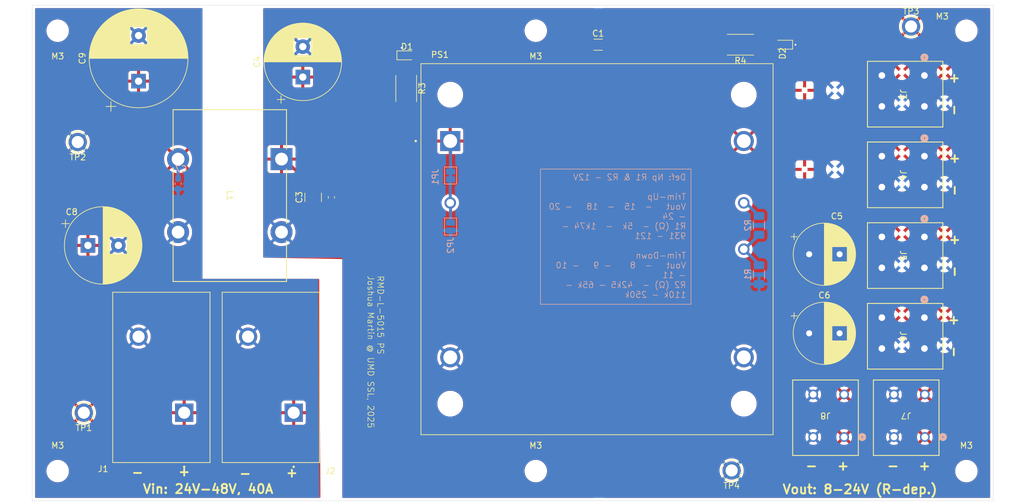
<source format=kicad_pcb>
(kicad_pcb
	(version 20240108)
	(generator "pcbnew")
	(generator_version "8.0")
	(general
		(thickness 1.6)
		(legacy_teardrops no)
	)
	(paper "A4")
	(layers
		(0 "F.Cu" signal)
		(31 "B.Cu" signal)
		(32 "B.Adhes" user "B.Adhesive")
		(34 "B.Paste" user)
		(35 "F.Paste" user)
		(36 "B.SilkS" user "B.Silkscreen")
		(37 "F.SilkS" user "F.Silkscreen")
		(38 "B.Mask" user)
		(39 "F.Mask" user)
		(40 "Dwgs.User" user "User.Drawings")
		(41 "Cmts.User" user "User.Comments")
		(42 "Eco1.User" user "User.Eco1")
		(43 "Eco2.User" user "User.Eco2")
		(44 "Edge.Cuts" user)
		(45 "Margin" user)
		(46 "B.CrtYd" user "B.Courtyard")
		(47 "F.CrtYd" user "F.Courtyard")
		(48 "B.Fab" user)
		(49 "F.Fab" user)
		(50 "User.1" user)
		(51 "User.2" user)
		(52 "User.3" user)
		(53 "User.4" user)
		(54 "User.5" user)
		(55 "User.6" user)
		(56 "User.7" user)
		(57 "User.8" user)
		(58 "User.9" user)
	)
	(setup
		(stackup
			(layer "F.SilkS"
				(type "Top Silk Screen")
			)
			(layer "F.Paste"
				(type "Top Solder Paste")
			)
			(layer "F.Mask"
				(type "Top Solder Mask")
				(thickness 0.01)
			)
			(layer "F.Cu"
				(type "copper")
				(thickness 0.035)
			)
			(layer "dielectric 1"
				(type "core")
				(thickness 1.51)
				(material "FR4")
				(epsilon_r 4.5)
				(loss_tangent 0.02)
			)
			(layer "B.Cu"
				(type "copper")
				(thickness 0.035)
			)
			(layer "B.Mask"
				(type "Bottom Solder Mask")
				(thickness 0.01)
			)
			(layer "B.Paste"
				(type "Bottom Solder Paste")
			)
			(layer "B.SilkS"
				(type "Bottom Silk Screen")
			)
			(copper_finish "None")
			(dielectric_constraints no)
		)
		(pad_to_mask_clearance 0)
		(allow_soldermask_bridges_in_footprints no)
		(pcbplotparams
			(layerselection 0x00010fc_ffffffff)
			(plot_on_all_layers_selection 0x0000000_00000000)
			(disableapertmacros no)
			(usegerberextensions no)
			(usegerberattributes yes)
			(usegerberadvancedattributes yes)
			(creategerberjobfile yes)
			(dashed_line_dash_ratio 12.000000)
			(dashed_line_gap_ratio 3.000000)
			(svgprecision 4)
			(plotframeref no)
			(viasonmask no)
			(mode 1)
			(useauxorigin no)
			(hpglpennumber 1)
			(hpglpenspeed 20)
			(hpglpendiameter 15.000000)
			(pdf_front_fp_property_popups yes)
			(pdf_back_fp_property_popups yes)
			(dxfpolygonmode yes)
			(dxfimperialunits yes)
			(dxfusepcbnewfont yes)
			(psnegative no)
			(psa4output no)
			(plotreference yes)
			(plotvalue yes)
			(plotfptext yes)
			(plotinvisibletext no)
			(sketchpadsonfab no)
			(subtractmaskfromsilk no)
			(outputformat 1)
			(mirror no)
			(drillshape 1)
			(scaleselection 1)
			(outputdirectory "")
		)
	)
	(net 0 "")
	(net 1 "/Vout")
	(net 2 "/Vin_filter")
	(net 3 "/GND_in")
	(net 4 "Net-(PS1-TRIM)")
	(net 5 "Net-(PS1-+SENSE)")
	(net 6 "Net-(JP1-A)")
	(net 7 "/GND_out")
	(net 8 "Net-(D1-A)")
	(net 9 "/Vin")
	(net 10 "Net-(D2-A)")
	(footprint "Terminal_1751163:CONN_1751163" (layer "F.Cu") (at 195.7 92.5 -90))
	(footprint "Diode_SMD:D_0603_1608Metric_Pad1.05x0.95mm_HandSolder" (layer "F.Cu") (at 117.625 43.25))
	(footprint "1098175:PHOENIX_1098175" (layer "F.Cu") (at 85.25 82.2 180))
	(footprint "MountingHole:MountingHole_3.2mm_M3" (layer "F.Cu") (at 60.2 111.6))
	(footprint "Capacitor_THT:CP_Radial_D10.0mm_P5.00mm" (layer "F.Cu") (at 183.75 88.95))
	(footprint "TestPoint:TestPoint_Plated_Hole_D2.0mm" (layer "F.Cu") (at 200.5 38.5))
	(footprint "MountingHole:MountingHole_3.2mm_M3" (layer "F.Cu") (at 209.6 39.2 180))
	(footprint "MountingHole:MountingHole_3.2mm_M3" (layer "F.Cu") (at 138.8 111.6))
	(footprint "Capacitor_SMD:C_1206_3216Metric_Pad1.33x1.80mm_HandSolder" (layer "F.Cu") (at 149.0625 41.5))
	(footprint "Resistor_SMD:R_2512_6332Metric_Pad1.40x3.35mm_HandSolder" (layer "F.Cu") (at 172.45 41.5 180))
	(footprint "Capacitor_SMD:C_1210_3225Metric_Pad1.33x2.70mm_HandSolder" (layer "F.Cu") (at 102.2 66.6 90))
	(footprint "MountingHole:MountingHole_3.2mm_M3" (layer "F.Cu") (at 138.8 39.2 180))
	(footprint "MountingHole:MountingHole_3.2mm_M3" (layer "F.Cu") (at 60.2 39.2 180))
	(footprint "Terminal_1751163:CONN_1751163" (layer "F.Cu") (at 196.6382 99 180))
	(footprint "TestPoint:TestPoint_Plated_Hole_D2.0mm" (layer "F.Cu") (at 63.5 57.5 180))
	(footprint "Capacitor_THT:CP_Radial_D12.5mm_P5.00mm" (layer "F.Cu") (at 100.5 46.823959 90))
	(footprint "SCR19XV:SCR-XV_KEM" (layer "F.Cu") (at 97 60.311204 -90))
	(footprint "Terminal_1751163:CONN_1751163" (layer "F.Cu") (at 183.37 99 180))
	(footprint "Capacitor_THT:CP_Radial_D12.5mm_P5.00mm"
		(layer "F.Cu")
		(uuid "8812965f-91be-4dff-916e-d15c709b70a2")
		(at 65.176041 74.5)
		(descr "CP, Radial series, Radial, pin pitch=5.00mm, , diameter=12.5mm, Electrolytic Capacitor")
		(tags "CP Radial series Radial pin pitch 5.00mm  diameter 12.5mm Electrolytic Capacitor")
		(property "Reference" "C8"
			(at -2.676041 -5.5 180)
			(layer "F.SilkS")
			(uuid "aeeb4da8-15de-4e25-bab4-9da3bd952c50")
			(effects
				(font
					(size 1 1)
					(thickness 0.15)
				)
			)
		)
		(property "Value" "220 μF"
			(at 2.5 7.5 0)
			(layer "F.Fab")
			(uuid "aa7d2526-5878-433c-b245-af4d04799427")
			(effects
				(font
					(size 1 1)
					(thickness 0.15)
				)
			)
		)
		(property "Footprint" "Capacitor_THT:CP_Radial_D12.5mm_P5.00mm"
			(at 0 0 0)
			(unlocked yes)
			(layer "F.Fab")
			(hide yes)
			(uuid "827d8759-0f64-4e61-b8b5-be1fe62d0d9a")
			(effects
				(font
					(size 1.27 1.27)
					(thickness 0.15)
				)
			)
		)
		(property "Datasheet" ""
			(at 0 0 0)
			(unlocked yes)
			(layer "F.Fab")
			(hide yes)
			(uuid "da0ac752-4a4c-4cfa-98f0-f202e0366c1a")
			(effects
				(font
					(size 1.27 1.27)
					(thickness 0.15)
				)
			)
		)
		(property "Description" "Polarized capacitor"
			(at 0 0 0)
			(unlocked yes)
			(layer "F.Fab")
			(hide yes)
			(uuid "03e0f1aa-40fd-4de6-9eae-95edf6ee7186")
			(effects
				(font
					(size 1.27 1.27)
					(thickness 0.15)
				)
			)
		)
		(property ki_fp_filters "CP_*")
		(path "/41d6e04b-dad0-42b0-893d-59fb01c9b756")
		(sheetname "Root")
		(sheetfile "pitch_motor_power_supply_v2.kicad_sch")
		(attr through_hole)
		(fp_line
			(start -4.317082 -3.575)
			(end -3.067082 -3.575)
			(stroke
				(width 0.12)
				(type solid)
			)
			(layer "F.SilkS")
			(uuid "ad3cca66-8e07-43fb-be21-6a1273daa1e4")
		)
		(fp_line
			(start -3.692082 -4.2)
			(end -3.692082 -2.95)
			(stroke
				(width 0.12)
				(type solid)
			)
			(layer "F.SilkS")
			(uuid "f2057662-5d45-436d-91dc-52690c7658ab")
		)
		(fp_line
			(start 2.5 -6.33)
			(end 2.5 6.33)
			(stroke
				(width 0.12)
				(type solid)
			)
			(layer "F.SilkS")
			(uuid "532d426c-8daa-4cb5-900b-130394159412")
		)
		(fp_line
			(start 2.54 -6.33)
			(end 2.54 6.33)
			(stroke
				(width 0.12)
				(type solid)
			)
			(layer "F.SilkS")
			(uuid "e3e6b512-3372-40c9-8219-293b7e44bd8e")
		)
		(fp_line
			(start 2.58 -6.33)
			(end 2.58 6.33)
			(stroke
				(width 0.12)
				(type solid)
			)
			(layer "F.SilkS")
			(uuid "6ea5d726-b760-4e68-9f39-0a6b126a9e33")
		)
		(fp_line
			(start 2.62 -6.329)
			(end 2.62 6.329)
			(stroke
				(width 0.12)
				(type solid)
			)
			(layer "F.SilkS")
			(uuid "46e39756-0a6a-4fee-b1c2-b151d09c8b6d")
		)
		(fp_line
			(start 2.66 -6.328)
			(end 2.66 6.328)
			(stroke
				(width 0.12)
				(type solid)
			)
			(layer "F.SilkS")
			(uuid "7aa94317-67b8-40c5-b61b-7490da50e444")
		)
		(fp_line
			(start 2.7 -6.327)
			(end 2.7 6.327)
			(stroke
				(width 0.12)
				(type solid)
			)
			(layer "F.SilkS")
			(uuid "7f51b27a-8ab9-416d-bcf9-2bce16ff6253")
		)
		(fp_line
			(start 2.74 -6.326)
			(end 2.74 6.326)
			(stroke
				(width 0.12)
				(type solid)
			)
			(layer "F.SilkS")
			(uuid "8880cadc-a80f-4c85-b9f2-6078f102dd4e")
		)
		(fp_line
			(start 2.78 -6.324)
			(end 2.78 6.324)
			(stroke
				(width 0.12)
				(type solid)
			)
			(layer "F.SilkS")
			(uuid "058a6f2e-57e1-456f-af17-5b2a42d89a5b")
		)
		(fp_line
			(start 2.82 -6.322)
			(end 2.82 6.322)
			(stroke
				(width 0.12)
				(type solid)
			)
			(layer "F.SilkS")
			(uuid "fc8e9107-6746-44c4-be7f-be8266b7924c")
		)
		(fp_line
			(start 2.86 -6.32)
			(end 2.86 6.32)
			(stroke
				(width 0.12)
				(type solid)
			)
			(layer "F.SilkS")
			(uuid "7476ffa3-a8f7-4375-b290-9b9909dda739")
		)
		(fp_line
			(start 2.9 -6.318)
			(end 2.9 6.318)
			(stroke
				(width 0.12)
				(type solid)
			)
			(layer "F.SilkS")
			(uuid "c65ab904-5948-4de4-a0bf-e96f83828bcc")
		)
		(fp_line
			(start 2.94 -6.315)
			(end 2.94 6.315)
			(stroke
				(width 0.12)
				(type solid)
			)
			(layer "F.SilkS")
			(uuid "1e1abc72-1bb8-4955-9256-00383ce6b047")
		)
		(fp_line
			(start 2.98 -6.312)
			(end 2.98 6.312)
			(stroke
				(width 0.12)
				(type solid)
			)
			(layer "F.SilkS")
			(uuid "aeef9528-03f6-41b8-8fae-84d5713c0e19")
		)
		(fp_line
			(start 3.02 -6.309)
			(end 3.02 6.309)
			(stroke
				(width 0.12)
				(type solid)
			)
			(layer "F.SilkS")
			(uuid "dd82c946-79dc-4e04-92a1-3ee69f08579b")
		)
		(fp_line
			(start 3.06 -6.306)
			(end 3.06 6.306)
			(stroke
				(width 0.12)
				(type solid)
			)
			(layer "F.SilkS")
			(uuid "7e2a8ed8-ba39-4e9f-a3e8-8dc252ba9ce4")
		)
		(fp_line
			(start 3.1 -6.302)
			(end 3.1 6.302)
			(stroke
				(width 0.12)
				(type solid)
			)
			(layer "F.SilkS")
			(uuid "82546666-849b-4d8e-a78a-288a32a391e2")
		)
		(fp_line
			(start 3.14 -6.298)
			(end 3.14 6.298)
			(stroke
				(width 0.12)
				(type solid)
			)
			(layer "F.SilkS")
			(uuid "cef1ca13-7cff-4e5b-bdbe-f76202ff74c9")
		)
		(fp_line
			(start 3.18 -6.294)
			(end 3.18 6.294)
			(stroke
				(width 0.12)
				(type solid)
			)
			(layer "F.SilkS")
			(uuid "ae23830c-412b-4cfa-bcc3-0645c4de1031")
		)
		(fp_line
			(start 3.221 -6.29)
			(end 3.221 6.29)
			(stroke
				(width 0.12)
				(type solid)
			)
			(layer "F.SilkS")
			(uuid "142cc18e-8fe5-4ae2-b736-435bfd35a69e")
		)
		(fp_line
			(start 3.261 -6.285)
			(end 3.261 6.285)
			(stroke
				(width 0.12)
				(type solid)
			)
			(layer "F.SilkS")
			(uuid "33747ccd-5868-4f3c-9a4f-6dd78ad4b8cd")
		)
		(fp_line
			(start 3.301 -6.28)
			(end 3.301 6.28)
			(stroke
				(width 0.12)
				(type solid)
			)
			(layer "F.SilkS")
			(uuid "48945002-a64b-47fd-8bb8-045bd3572f1e")
		)
		(fp_line
			(start 3.341 -6.275)
			(end 3.341 6.275)
			(stroke
				(width 0.12)
				(type solid)
			)
			(layer "F.SilkS")
			(uuid "e3240524-cb27-4cfb-bdbe-dfb1850b5267")
		)
		(fp_line
			(start 3.381 -6.269)
			(end 3.381 6.269)
			(stroke
				(width 0.12)
				(type solid)
			)
			(layer "F.SilkS")
			(uuid "ff43a2ed-7b3d-4895-a311-79bc5470b3b0")
		)
		(fp_line
			(start 3.421 -6.264)
			(end 3.421 6.264)
			(stroke
				(width 0.12)
				(type solid)
			)
			(layer "F.SilkS")
			(uuid "43e50f8d-6ebf-491c-9185-f589826a8d31")
		)
		(fp_line
			(start 3.461 -6.258)
			(end 3.461 6.258)
			(stroke
				(width 0.12)
				(type solid)
			)
			(layer "F.SilkS")
			(uuid "504d1193-e441-4e77-bc2e-3691992c827c")
		)
		(fp_line
			(start 3.501 -6.252)
			(end 3.501 6.252)
			(stroke
				(width 0.12)
				(type solid)
			)
			(layer "F.SilkS")
			(uuid "22602600-3306-4708-acac-212a0afaea3f")
		)
		(fp_line
			(start 3.541 -6.245)
			(end 3.541 6.245)
			(stroke
				(width 0.12)
				(type solid)
			)
			(layer "F.SilkS")
			(uuid "3cc21bbc-58b1-4171-817e-8a5626d0a8c3")
		)
		(fp_line
			(start 3.581 -6.238)
			(end 3.581 -1.44)
			(stroke
				(width 0.12)
				(type solid)
			)
			(layer "F.SilkS")
			(uuid "b4333e79-5183-4db8-a2e0-d42ef2f52825")
		)
		(fp_line
			(start 3.581 1.44)
			(end 3.581 6.238)
			(stroke
				(width 0.12)
				(type solid)
			)
			(layer "F.SilkS")
			(uuid "259ab832-fbc4-4710-b629-6b96158633ba")
		)
		(fp_line
			(start 3.621 -6.231)
			(end 3.621 -1.44)
			(stroke
				(width 0.12)
				(type solid)
			)
			(layer "F.SilkS")
			(uuid "0b260a2e-afaa-412f-bcd8-8fb84a0991fb")
		)
		(fp_line
			(start 3.621 1.44)
			(end 3.621 6.231)
			(stroke
				(width 0.12)
				(type solid)
			)
			(layer "F.SilkS")
			(uuid "71a2f618-b169-4031-95b2-c5a663082624")
		)
		(fp_line
			(start 3.661 -6.224)
			(end 3.661 -1.44)
			(stroke
				(width 0.12)
				(type solid)
			)
			(layer "F.SilkS")
			(uuid "48b9ad5a-7ba3-4b45-9e33-aa68205fb63e")
		)
		(fp_line
			(start 3.661 1.44)
			(end 3.661 6.224)
			(stroke
				(width 0.12)
				(type solid)
			)
			(layer "F.SilkS")
			(uuid "324be89f-49dd-42bd-b890-52f9e6f36fb1")
		)
		(fp_line
			(start 3.701 -6.216)
			(end 3.701 -1.44)
			(stroke
				(width 0.12)
				(type solid)
			)
			(layer "F.SilkS")
			(uuid "4a86b30c-9145-432f-8b81-fa6788c00841")
		)
		(fp_line
			(start 3.701 1.44)
			(end 3.701 6.216)
			(stroke
				(width 0.12)
				(type solid)
			)
			(layer "F.SilkS")
			(uuid "28ad24ff-bd54-4cae-8a75-aaabe067710e")
		)
		(fp_line
			(start 3.741 -6.209)
			(end 3.741 -1.44)
			(stroke
				(width 0.12)
				(type solid)
			)
			(layer "F.SilkS")
			(uuid "9ebf7fda-0f2c-418f-b98d-e910346c5346")
		)
		(fp_line
			(start 3.741 1.44)
			(end 3.741 6.209)
			(stroke
				(width 0.12)
				(type solid)
			)
			(layer "F.SilkS")
			(uuid "be3fe349-481b-47c3-b695-b2ffd48b1e22")
		)
		(fp_line
			(start 3.781 -6.201)
			(end 3.781 -1.44)
			(stroke
				(width 0.12)
				(type solid)
			)
			(layer "F.SilkS")
			(uuid "48138c6d-6e04-45df-81c6-c1909bae9e54")
		)
		(fp_line
			(start 3.781 1.44)
			(end 3.781 6.201)
			(stroke
				(width 0.12)
				(type solid)
			)
			(layer "F.SilkS")
			(uuid "6950ac9b-6aff-45be-8869-1bfd4591a4fc")
		)
		(fp_line
			(start 3.821 -6.192)
			(end 3.821 -1.44)
			(stroke
				(width 0.12)
				(type solid)
			)
			(layer "F.SilkS")
			(uuid "bfdb251b-9fec-4b55-bf75-14e924826729")
		)
		(fp_line
			(start 3.821 1.44)
			(end 3.821 6.192)
			(stroke
				(width 0.12)
				(type solid)
			)
			(layer "F.SilkS")
			(uuid "167bc230-6aa2-4d7a-b9d8-3a9b855b7b47")
		)
		(fp_line
			(start 3.861 -6.184)
			(end 3.861 -1.44)
			(stroke
				(width 0.12)
				(type solid)
			)
			(layer "F.SilkS")
			(uuid "8fc4b733-06ef-4183-be10-27f5e474143f")
		)
		(fp_line
			(start 3.861 1.44)
			(end 3.861 6.184)
			(stroke
				(width 0.12)
				(type solid)
			)
			(layer "F.SilkS")
			(uuid "6bc701ed-7d0c-4259-94c7-c34af351768e")
		)
		(fp_line
			(start 3.901 -6.175)
			(end 3.901 -1.44)
			(stroke
				(width 0.12)
				(type solid)
			)
			(layer "F.SilkS")
			(uuid "7812e958-bb1e-4ee4-b1f6-2beba64d8d75")
		)
		(fp_line
			(start 3.901 1.44)
			(end 3.901 6.175)
			(stroke
				(width 0.12)
				(type solid)
			)
			(layer "F.SilkS")
			(uuid "24163720-d438-4244-84b8-ad9a689f4467")
		)
		(fp_line
			(start 3.941 -6.166)
			(end 3.941 -1.44)
			(stroke
				(width 0.12)
				(type solid)
			)
			(layer "F.SilkS")
			(uuid "efe039e9-c89f-4659-b5ec-f590fb26974c")
		)
		(fp_line
			(start 3.941 1.44)
			(end 3.941 6.166)
			(stroke
				(width 0.12)
				(type solid)
			)
			(layer "F.SilkS")
			(uuid "9b062133-3502-4e11-b932-89c96225de51")
		)
		(fp_line
			(start 3.981 -6.156)
			(end 3.981 -1.44)
			(stroke
				(width 0.12)
				(type solid)
			)
			(layer "F.SilkS")
			(uuid "613f39d8-cb38-4cc6-b844-3ea59fe3b91e")
		)
		(fp_line
			(start 3.981 1.44)
			(end 3.981 6.156)
			(stroke
				(width 0.12)
				(type solid)
			)
			(layer "F.SilkS")
			(uuid "3ea3e728-975a-47cc-8a41-f530a600b1b0")
		)
		(fp_line
			(start 4.021 -6.146)
			(end 4.021 -1.44)
			(stroke
				(width 0.12)
				(type solid)
			)
			(layer "F.SilkS")
			(uuid "88265f7d-00a0-4f11-983e-9018386d397a")
		)
		(fp_line
			(start 4.021 1.44)
			(end 4.021 6.146)
			(stroke
				(width 0.12)
				(type solid)
			)
			(layer "F.SilkS")
			(uuid "37690565-aa3f-496d-8863-e06906d599b9")
		)
		(fp_line
			(start 4.061 -6.137)
			(end 4.061 -1.44)
			(stroke
				(width 0.12)
				(type solid)
			)
			(layer "F.SilkS")
			(uuid "e4b228e3-9c13-4253-96e3-250fa6b93a03")
		)
		(fp_line
			(start 4.061 1.44)
			(end 4.061 6.137)
			(stroke
				(width 0.12)
				(type solid)
			)
			(layer "F.SilkS")
			(uuid "121eac10-3863-4242-acbc-38b64adfd894")
		)
		(fp_line
			(start 4.101 -6.126)
			(end 4.101 -1.44)
			(stroke
				(width 0.12)
				(type solid)
			)
			(layer "F.SilkS")
			(uuid "838a9693-9bb6-4b92-a374-af17e18bab54")
		)
		(fp_line
			(start 4.101 1.44)
			(end 4.101 6.126)
			(stroke
				(width 0.12)
				(type solid)
			)
			(layer "F.SilkS")
			(uuid "17c41dd1-2a60-4bc2-b469-045725978943")
		)
		(fp_line
			(start 4.141 -6.116)
			(end 4.141 -1.44)
			(stroke
				(width 0.12)
				(type solid)
			)
			(layer "F.SilkS")
			(uuid "efedb75c-8f58-4739-87f5-30ad4fd54399")
		)
		(fp_line
			(start 4.141 1.44)
			(end 4.141 6.116)
			(stroke
				(width 0.12)
				(type solid)
			)
			(layer "F.SilkS")
			(uuid "8abf06f3-bfdd-42d9-9897-a1a3a49969b0")
		)
		(fp_line
			(start 4.181 -6.105)
			(end 4.181 -1.44)
			(stroke
				(width 0.12)
				(type solid)
			)
			(layer "F.SilkS")
			(uuid "1aa82ea3-b543-45d9-8537-b273c7f0307c")
		)
		(fp_line
			(start 4.181 1.44)
			(end 4.181 6.105)
			(stroke
				(width 0.12)
				(type solid)
			)
			(layer "F.SilkS")
			(uuid "b2f67944-084b-4dd1-b5d5-6b6c9039e8dd")
		)
		(fp_line
			(start 4.221 -6.094)
			(end 4.221 -1.44)
			(stroke
				(width 0.12)
				(type solid)
			)
			(layer "F.SilkS")
			(uuid "44b5c3eb-43c7-4c48-982d-584fbf6ef619")
		)
		(fp_line
			(start 4.221 1.44)
			(end 4.221 6.094)
			(stroke
				(width 0.12)
				(type solid)
			)
			(layer "F.SilkS")
			(uuid "eba91264-a568-41e7-ac99-6072b556f052")
		)
		(fp_line
			(start 4.261 -6.083)
			(end 4.261 -1.44)
			(stroke
				(width 0.12)
				(type solid)
			)
			(layer "F.SilkS")
			(uuid "89e16707-bbaf-4f48-9570-2ed19932fdc7")
		)
		(fp_line
			(start 4.261 1.44)
			(end 4.261 6.083)
			(stroke
				(width 0.12)
				(type solid)
			)
			(layer "F.SilkS")
			(uuid "48c88dcb-15eb-4bea-94c8-05b6ea6057c9")
		)
		(fp_line
			(start 4.301 -6.071)
			(end 4.301 -1.44)
			(stroke
				(width 0.12)
				(type solid)
			)
			(layer "F.SilkS")
			(uuid "6350ecd3-83a7-45e8-9a39-cd57022cb5c5")
		)
		(fp_line
			(start 4.301 1.44)
			(end 4.301 6.071)
			(stroke
				(width 0.12)
				(type solid)
			)
			(layer "F.SilkS")
			(uuid "7814b67d-43b0-4481-bbfa-7de1e2588e71")
		)
		(fp_line
			(start 4.341 -6.059)
			(end 4.341 -1.44)
			(stroke
				(width 0.12)
				(type solid)
			)
			(layer "F.SilkS")
			(uuid "68ca498c-7ada-4587-b368-6e2b7d9a2708")
		)
		(fp_line
			(start 4.341 1.44)
			(end 4.341 6.059)
			(stroke
				(width 0.12)
				(type solid)
			)
			(layer "F.SilkS")
			(uuid "dcc14ca0-6729-4b14-bee1-27e8705942fe")
		)
		(fp_line
			(start 4.381 -6.047)
			(end 4.381 -1.44)
			(stroke
				(width 0.12)
				(type solid)
			)
			(layer "F.SilkS")
			(uuid "97652adf-52ba-4ef3-83fd-1d927ed88e97")
		)
		(fp_line
			(start 4.381 1.44)
			(end 4.381 6.047)
			(stroke
				(width 0.12)
				(type solid)
			)
			(layer "F.SilkS")
			(uuid "d538e817-05d3-4b79-ab4f-ab39caa6a149")
		)
		(fp_line
			(start 4.421 -6.034)
			(end 4.421 -1.44)
			(stroke
				(width 0.12)
				(type solid)
			)
			(layer "F.SilkS")
			(uuid "28e0335b-7eea-4472-bb53-1456bb05a06a")
		)
		(fp_line
			(start 4.421 1.44)
			(end 4.421 6.034)
			(stroke
				(width 0.12)
				(type solid)
			)
			(layer "F.SilkS")
			(uuid "2beb34cb-76a5-4cfe-87ec-cc1f383a98e4")
		)
		(fp_line
			(start 4.461 -6.021)
			(end 4.461 -1.44)
			(stroke
				(width 0.12)
				(type solid)
			)
			(layer "F.SilkS")
			(uuid "2c98a855-d988-47c1-86c4-3f2906fdc5c2")
		)
		(fp_line
			(start 4.461 1.44)
			(end 4.461 6.021)
			(stroke
				(width 0.12)
				(type solid)
			)
			(layer "F.SilkS")
			(uuid "1cf50c2c-83e5-4dac-9522-83812fb5f8d3")
		)
		(fp_line
			(start 4.501 -6.008)
			(end 4.501 -1.44)
			(stroke
				(width 0.12)
				(type solid)
			)
			(layer "F.SilkS")
			(uuid "ddc051e7-2423-4b2c-9229-72324eb5e65d")
		)
		(fp_line
			(start 4.501 1.44)
			(end 4.501 6.008)
			(stroke
				(width 0.12)
				(type solid)
			)
			(layer "F.SilkS")
			(uuid "6e89fa41-2669-465a-9665-8b390f84fb89")
		)
		(fp_line
			(start 4.541 -5.995)
			(end 4.541 -1.44)
			(stroke
				(width 0.12)
				(type solid)
			)
			(layer "F.SilkS")
			(uuid "963f5386-fe5e-44ef-9ab8-04bf29b8292d")
		)
		(fp_line
			(start 4.541 1.44)
			(end 4.541 5.995)
			(stroke
				(width 0.12)
				(type solid)
			)
			(layer "F.SilkS")
			(uuid "842959ce-6c9d-4066-81c7-5562d43f1b71")
		)
		(fp_line
			(start 4.581 -5.981)
			(end 4.581 -1.44)
			(stroke
				(width 0.12)
				(type solid)
			)
			(layer "F.SilkS")
			(uuid "1818e17d-a7bc-469d-b100-a9847656835e")
		)
		(fp_line
			(start 4.581 1.44)
			(end 4.581 5.981)
			(stroke
				(width 0.12)
				(type solid)
			)
			(layer "F.SilkS")
			(uuid "bd0b7815-d855-446a-82a9-eab249163334")
		)
		(fp_line
			(start 4.621 -5.967)
			(end 4.621 -1.44)
			(stroke
				(width 0.12)
				(type solid)
			)
			(layer "F.SilkS")
			(uuid "378c6795-68a3-493d-afb0-64a97bbfde98")
		)
		(fp_line
			(start 4.621 1.44)
			(end 4.621 5.967)
			(stroke
				(width 0.12)
				(type solid)
			)
			(layer "F.SilkS")
			(uuid "0cb23400-1b4f-48d4-88c5-fff018b54f1a")
		)
		(fp_line
			(start 4.661 -5.953)
			(end 4.661 -1.44)
			(stroke
				(width 0.12)
				(type solid)
			)
			(layer "F.SilkS")
			(uuid "c58c41ff-437e-4d8f-b4c2-b66a1a399d98")
		)
		(fp_line
			(start 4.661 1.44)
			(end 4.661 5.953)
			(stroke
				(width 0.12)
				(type solid)
			)
			(layer "F.SilkS")
			(uuid "363dbda4-6f83-4228-bd3d-5cde30c85901")
		)
		(fp_line
			(start 4.701 -5.939)
			(end 4.701 -1.44)
			(stroke
				(width 0.12)
				(type solid)
			)
			(layer "F.SilkS")
			(uuid "90ec0c64-14f1-485b-84f9-a200dd8eae6f")
		)
		(fp_line
			(start 4.701 1.44)
			(end 4.701 5.939)
			(stroke
				(width 0.12)
				(type solid)
			)
			(layer "F.SilkS")
			(uuid "80c6c7aa-0167-476c-acc5-85da3e40e6df")
		)
		(fp_line
			(start 4.741 -5.924)
			(end 4.741 -1.44)
			(stroke
				(width 0.12)
				(type solid)
			)
			(layer "F.SilkS")
			(uuid "1421e196-5eeb-4bfc-9d20-9df090c237af")
		)
		(fp_line
			(start 4.741 1.44)
			(end 4.741 5.924)
			(stroke
				(width 0.12)
				(type solid)
			)
			(layer "F.SilkS")
			(uuid "978d4721-a533-424d-8f41-0fa1d5f89b8c")
		)
		(fp_line
			(start 4.781 -5.908)
			(end 4.781 -1.44)
			(stroke
				(width 0.12)
				(type solid)
			)
			(layer "F.SilkS")
			(uuid "78042fec-766d-4070-a6c2-bd0b4fd84044")
		)
		(fp_line
			(start 4.781 1.44)
			(end 4.781 5.908)
			(stroke
				(width 0.12)
				(type solid)
			)
			(layer "F.SilkS")
			(uuid "55fdf6f1-9c50-4a53-9a69-7419ca4530d8")
		)
		(fp_line
			(start 4.821 -5.893)
			(end 4.821 -1.44)
			(stroke
				(width 0.12)
				(type solid)
			)
			(layer "F.SilkS")
			(uuid "79d05635-11e5-4027-a853-1082134ee0c1")
		)
		(fp_line
			(start 4.821 1.44)
			(end 4.821 5.893)
			(stroke
				(width 0.12)
				(type solid)
			)
			(layer "F.SilkS")
			(uuid "3573ed50-d4f1-4808-a9d9-10a4c9e3ca7c")
		)
		(fp_line
			(start 4.861 -5.877)
			(end 4.861 -1.44)
			(stroke
				(width 0.12)
				(type solid)
			)
			(layer "F.SilkS")
			(uuid "cca0363c-8930-45eb-99c1-36814f60153a")
		)
		(fp_line
			(start 4.861 1.44)
			(end 4.861 5.877)
			(stroke
				(width 0.12)
				(type solid)
			)
			(layer "F.SilkS")
			(uuid "ac470a19-ff68-4f2e-b1b6-26a1030e7d2f")
		)
		(fp_line
			(start 4.901 -5.861)
			(end 4.901 -1.44)
			(stroke
				(width 0.12)
				(type solid)
			)
			(layer "F.SilkS")
			(uuid "d914c83d-d0fd-477c-aff8-1fa5cc7aaef8")
		)
		(fp_line
			(start 4.901 1.44)
			(end 4.901 5.861)
			(stroke
				(width 0.12)
				(type solid)
			)
			(layer "F.SilkS")
			(uuid "391fe9bb-c74f-4328-ad15-b50ba04f4743")
		)
		(fp_line
			(start 4.941 -5.845)
			(end 4.941 -1.44)
			(stroke
				(width 0.12)
				(type solid)
			)
			(layer "F.SilkS")
			(uuid "2dae449e-1527-4341-b673-66fbeec51d2c")
		)
		(fp_line
			(start 4.941 1.44)
			(end 4.941 5.845)
			(stroke
				(width 0.12)
				(type solid)
			)
			(layer "F.SilkS")
			(uuid "0ae0696c-dd54-4be8-9f18-89694b5b5bd6")
		)
		(fp_line
			(start 4.981 -5.828)
			(end 4.981 -1.44)
			(stroke
				(width 0.12)
				(type solid)
			)
			(layer "F.SilkS")
			(uuid "c987cb89-9c02-4582-9296-a738087151ab")
		)
		(fp_line
			(start 4.981 1.44)
			(end 4.981 5.828)
			(stroke
				(width 0.12)
				(type solid)
			)
			(layer "F.SilkS")
			(uuid "0761699e-4015-4563-872b-073b7f32fbdc")
		)
		(fp_line
			(start 5.021 -5.811)
			(end 5.021 -1.44)
			(stroke
				(width 0.12)
				(type solid)
			)
			(layer "F.SilkS")
			(uuid "397d2499-2992-4c26-985e-235ab96ba3aa")
		)
		(fp_line
			(start 5.021 1.44)
			(end 5.021 5.811)
			(stroke
				(width 0.12)
				(type solid)
			)
			(layer "F.SilkS")
			(uuid "cba34f38-d550-41af-977d-4b4df1f9b79b")
		)
		(fp_line
			(start 5.061 -5.793)
			(end 5.061 -1.44)
			(stroke
				(width 0.12)
				(type solid)
			)
			(layer "F.SilkS")
			(uuid "b080b0ac-55b3-46cd-8cd9-30b7af0d6a5b")
		)
		(fp_line
			(start 5.061 1.44)
			(end 5.061 5.793)
			(stroke
				(width 0.12)
				(type solid)
			)
			(layer "F.SilkS")
			(uuid "3214bf93-ed50-4452-9757-632265546403")
		)
		(fp_line
			(start 5.101 -5.776)
			(end 5.101 -1.44)
			(stroke
				(width 0.12)
				(type solid)
			)
			(layer "F.SilkS")
			(uuid "3929fd3f-54a8-4026-b5b0-22b62aa5a29b")
		)
		(fp_line
			(start 5.101 1.44)
			(end 5.101 5.776)
			(stroke
				(width 0.12)
				(type solid)
			)
			(layer "F.SilkS")
			(uuid "0436a4c0-8afe-4779-a9ee-72abbd84ceec")
		)
		(fp_line
			(start 5.141 -5.758)
			(end 5.141 -1.44)
			(stroke
				(width 0.12)
				(type solid)
			)
			(layer "F.SilkS")
			(uuid "7477cec6-094f-44a6-a965-385a0a912fd1")
		)
		(fp_line
			(start 5.141 1.44)
			(end 5.141 5.758)
			(stroke
				(width 0.12)
				(type solid)
			)
			(layer "F.SilkS")
			(uuid "77794a00-30ca-4341-a71b-58fe721ad4d9")
		)
		(fp_line
			(start 5.181 -5.739)
			(end 5.181 -1.44)
			(stroke
				(width 0.12)
				(type solid)
			)
			(layer "F.SilkS")
			(uuid "5f8fd721-014b-4c0a-99bd-127743cf3d7f")
		)
		(fp_line
			(start 5.181 1.44)
			(end 5.181 5.739)
			(stroke
				(width 0.12)
				(type solid)
			)
			(layer "F.SilkS")
			(uuid "ac1425bd-4865-410c-904b-938df012d6ad")
		)
		(fp_line
			(start 5.221 -5.721)
			(end 5.221 -1.44)
			(stroke
				(width 0.12)
				(type solid)
			)
			(layer "F.SilkS")
			(uuid "6512157d-c390-4a66-845f-c0b33f43e63b")
		)
		(fp_line
			(start 5.221 1.44)
			(end 5.221 5.721)
			(stroke
				(width 0.12)
				(type solid)
			)
			(layer "F.SilkS")
			(uuid "7bc9e09c-1a1c-4d86-b1f1-ab3f0dcec2fc")
		)
		(fp_line
			(start 5.261 -5.702)
			(end 5.261 -1.44)
			(stroke
				(width 0.12)
				(type solid)
			)
			(layer "F.SilkS")
			(uuid "6dabbe73-b5f5-4e4a-b49f-cfd77c441772")
		)
		(fp_line
			(start 5.261 1.44)
			(end 5.261 5.702)
			(stroke
				(width 0.12)
				(type solid)
			)
			(layer "F.SilkS")
			(uuid "1a2519bf-f71c-4b5b-967e-500d5cb71460")
		)
		(fp_line
			(start 5.301 -5.682)
			(end 5.301 -1.44)
			(stroke
				(width 0.12)
				(type solid)
			)
			(layer "F.SilkS")
			(uuid "16f65a95-4c5d-44ac-92cd-0b62982df99b")
		)
		(fp_line
			(start 5.301 1.44)
			(end 5.301 5.682)
			(stroke
				(width 0.12)
				(type solid)
			)
			(layer "F.SilkS")
			(uuid "2d470d3b-8faf-44d7-9a0b-a4fdcea01276")
		)
		(fp_line
			(start 5.341 -5.662)
			(end 5.341 -1.44)
			(stroke
				(width 0.12)
				(type solid)
			)
			(layer "F.SilkS")
			(uuid "ae9328e6-a48e-4853-ab36-4fcda5db03b4")
		)
		(fp_line
			(start 5.341 1.44)
			(end 5.341 5.662)
			(stroke
				(width 0.12)
				(type solid)
			)
			(layer "F.SilkS")
			(uuid "8311af45-8a68-4606-b6ef-f2b5275c73d0")
		)
		(fp_line
			(start 5.381 -5.642)
			(end 5.381 -1.44)
			(stroke
				(width 0.12)
				(type solid)
			)
			(layer "F.SilkS")
			(uuid "338ac8cc-156f-4280-a9f0-68cf3cc95656")
		)
		(fp_line
			(start 5.381 1.44)
			(end 5.381 5.642)
			(stroke
				(width 0.12)
				(type solid)
			)
			(layer "F.SilkS")
			(uuid "b38534ee-7eef-46d3-b817-7957d68f07da")
		)
		(fp_line
			(start 5.421 -5.622)
			(end 5.421 -1.44)
			(stroke
				(width 0.12)
				(type solid)
			)
			(layer "F.SilkS")
			(uuid "a5e0d27c-6d03-45a8-bcb6-ff004f7a6dea")
		)
		(fp_line
			(start 5.421 1.44)
			(end 5.421 5.622)
			(stroke
				(width 0.12)
				(type solid)
			)
			(layer "F.SilkS")
			(uuid "1dd2a2a8-a937-4be5-a124-d96e8640d07f")
		)
		(fp_line
			(start 5.461 -5.601)
			(end 5.461 -1.44)
			(stroke
				(width 0.12)
				(type solid)
			)
			(layer "F.SilkS")
			(uuid "d045b195-4ae2-4ada-990c-7b7d2cd074f9")
		)
		(fp_line
			(start 5.461 1.44)
			(end 5.461 5.601)
			(stroke
				(width 0.12)
				(type solid)
			)
			(layer "F.SilkS")
			(uuid "bee339f9-0354-48e0-bfba-63493b6db84e")
		)
		(fp_line
			(start 5.501 -5.58)
			(end 5.501 -1.44)
			(stroke
				(width 0.12)
				(type solid)
			)
			(layer "F.SilkS")
			(uuid "6e3d0428-8767-42cd-a833-be92aec4942a")
		)
		(fp_line
			(start 5.501 1.44)
			(end 5.501 5.58)
			(stroke
				(width 0.12)
				(type solid)
			)
			(layer "F.SilkS")
			(uuid "95d6f6c5-1272-4368-8520-710449371f61")
		)
		(fp_line
			(start 5.541 -5.558)
			(end 5.541 -1.44)
			(stroke
				(width 0.12)
				(type solid)
			)
			(layer "F.SilkS")
			(uuid "9606b435-286c-490e-937d-52dbf4372727")
		)
		(fp_line
			(start 5.541 1.44)
			(end 5.541 5.558)
			(stroke
				(width 0.12)
				(type solid)
			)
			(layer "F.SilkS")
			(uuid "80f52342-9e98-4650-a816-751201a2043e")
		)
		(fp_line
			(start 5.581 -5.536)
			(end 5.581 -1.44)
			(stroke
				(width 0.12)
				(type solid)
			)
			(layer "F.SilkS")
			(uuid "458a9836-ca77-4b83-9bd5-91eed57f57fa")
		)
		(fp_line
			(start 5.581 1.44)
			(end 5.581 5.536)
			(stroke
				(width 0.12)
				(type solid)
			)
			(layer "F.SilkS")
			(uuid "c0fd21c7-2096-4090-9b25-f5cfe04a433d")
		)
		(fp_line
			(start 5.621 -5.514)
			(end 5.621 -1.44)
			(stroke
				(width 0.12)
				(type solid)
			)
			(layer "F.SilkS")
			(uuid "e6c0ed1f-b48d-4791-af9b-1b70d10c2ec8")
		)
		(fp_line
			(start 5.621 1.44)
			(end 5.621 5.514)
			(stroke
				(width 0.12)
				(type solid)
			)
			(layer "F.SilkS")
			(uuid "43761baa-de78-4edd-8890-bc6f3fdff968")
		)
		(fp_line
			(start 5.661 -5.491)
			(end 5.661 -1.44)
			(stroke
				(width 0.12)
				(type solid)
			)
			(layer "F.SilkS")
			(uuid "d63c2e84-b392-4a8f-a8e7-ff5431d7d6be")
		)
		(fp_line
			(start 5.661 1.44)
			(end 5.661 5.491)
			(stroke
				(width 0.12)
				(type solid)
			)
			(layer "F.SilkS")
			(uuid "3a662b9c-44e5-4b26-95a0-04955dbbe548")
		)
		(fp_line
			(start 5.701 -5.468)
			(end 5.701 -1.44)
			(stroke
				(width 0.12)
				(type solid)
			)
			(layer "F.SilkS")
			(uuid "7e5ad9b2-4434-47e6-b2c2-c51306b928a0")
		)
		(fp_line
			(start 5.701 1.44)
			(end 5.701 5.468)
			(stroke
				(width 0.12)
				(type solid)
			)
			(layer "F.SilkS")
			(uuid "e5c160da-ff52-428d-847d-497343b02971")
		)
		(fp_line
			(start 5.741 -5.445)
			(end 5.741 -1.44)
			(stroke
				(width 0.12)
				(type solid)
			)
			(layer "F.SilkS")
			(uuid "e00c0456-1761-4e79-89fb-a72d58fe8886")
		)
		(fp_line
			(start 5.741 1.44)
			(end 5.741 5.445)
			(stroke
				(width 0.12)
				(type solid)
			)
			(layer "F.SilkS")
			(uuid "dc0d359f-d691-4420-9281-18a5446bbebe")
		)
		(fp_line
			(start 5.781 -5.421)
			(end 5.781 -1.44)
			(stroke
				(width 0.12)
				(type solid)
			)
			(layer "F.SilkS")
			(uuid "d6d3567e-793d-4644-93aa-041d9e0e91e6")
		)
		(fp_line
			(start 5.781 1.44)
			(end 5.781 5.421)
			(stroke
				(width 0.12)
				(type solid)
			)
			(layer "F.SilkS")
			(uuid "404ba99e-f8bf-490b-b99a-a4b8cf7b27d0")
		)
		(fp_line
			(start 5.821 -5.397)
			(end 5.821 -1.44)
			(stroke
				(width 0.12)
				(type solid)
			)
			(layer "F.SilkS")
			(uuid "fae34e2d-3af6-4518-a9a8-2f2f04ffba40")
		)
		(fp_line
			(start 5.821 1.44)
			(end 5.821 5.397)
			(stroke
				(width 0.12)
				(type solid)
			)
			(layer "F.SilkS")
			(uuid "ddc39224-2f36-4481-b4d0-9dfda7c0da7c")
		)
		(fp_line
			(start 5.861 -5.372)
			(end 5.861 -1.44)
			(stroke
				(width 0.12)
				(type solid)
			)
			(layer "F.SilkS")
			(uuid "f6afdfb0-7a8d-4b67-9883-a874f516ab67")
		)
		(fp_line
			(start 5.861 1.44)
			(end 5.861 5.372)
			(stroke
				(width 0.12)
				(type solid)
			)
			(layer "F.SilkS")
			(uuid "739a4b03-86c3-446b-ae84-8d455c7f1978")
		)
		(fp_line
			(start 5.901 -5.347)
			(end 5.901 -1.44)
			(stroke
				(width 0.12)
				(type solid)
			)
			(layer "F.SilkS")
			(uuid "ec44a7b1-e35c-438a-bcb4-f2495b73c72b")
		)
		(fp_line
			(start 5.901 1.44)
			(end 5.901 5.347)
			(stroke
				(width 0.12)
				(type solid)
			)
			(layer "F.SilkS")
			(uuid "a2d18295-2ce5-4bc9-a261-f1bd9f8f4c48")
		)
		(fp_line
			(start 5.941 -5.322)
			(end 5.941 -1.44)
			(stroke
				(width 0.12)
				(type solid)
			)
			(layer "F.SilkS")
			(uuid "11e3e623-1b34-4a06-be32-708a374093ce")
		)
		(fp_line
			(start 5.941 1.44)
			(end 5.941 5.322)
			(stroke
				(width 0.12)
				(type solid)
			)
			(layer "F.SilkS")
			(uuid "427d6332-6e92-4351-af62-c9f1cb1c490c")
		)
		(fp_line
			(start 5.981 -5.296)
			(end 5.981 -1.44)
			(stroke
				(width 0.12)
				(type solid)
			)
			(layer "F.SilkS")
			(uuid "4e37d08b-db17-4132-ac02-161967dbfbcc")
		)
		(fp_line
			(start 5.981 1.44)
			(end 5.981 5.296)
			(stroke
				(width 0.12)
				(type solid)
			)
			(layer "F.SilkS")
			(uuid "6f377b2f-0f66-4da1-8164-efa8fd63ac69")
		)
		(fp_line
			(start 6.021 -5.27)
			(end 6.021 -1.44)
			(stroke
				(width 0.12)
				(type solid)
			)
			(layer "F.SilkS")
			(uuid "f08ddc73-3cde-4c71-b4ea-684eee75e633")
		)
		(fp_line
			(start 6.021 1.44)
			(end 6.021 5.27)
			(stroke
				(width 0.12)
				(type solid)
			)
			(layer "F.SilkS")
			(uuid "9620f3ec-2351-4092-ab78-c461ede7c6fa")
		)
		(fp_line
			(start 6.061 -5.243)
			(end 6.061 -1.44)
			(stroke
				(width 0.12)
				(type solid)
			)
			(layer "F.SilkS")
			(uuid "b3aab557-d17e-4429-87fb-0d6ebcc0f546")
		)
		(fp_line
			(start 6.061 1.44)
			(end 6.061 5.243)
			(stroke
				(width 0.12)
				(type solid)
			)
			(layer "F.SilkS")
			(uuid "89787024-1dda-42fa-8fb9-0ecbadc54e8b")
		)
		(fp_line
			(start 6.101 -5.216)
			(end 6.101 -1.44)
			(stroke
				(width 0.12)
				(type solid)
			)
			(layer "F.SilkS")
			(uuid "caa963b4-e5db-46e3-b5e2-70172ae37bc7")
		)
		(fp_line
			(start 6.101 1.44)
			(end 6.101 5.216)
			(stroke
				(width 0.12)
				(type solid)
			)
			(layer "F.SilkS")
			(uuid "2af0934c-01e7-4351-840f-f210a4ee1e28")
		)
		(fp_line
			(start 6.141 -5.188)
			(end 6.141 -1.44)
			(stroke
				(width 0.12)
				(type solid)
			)
			(layer "F.SilkS")
			(uuid "8f87ba05-a756-4f87-8cc1-a62de65fddbd")
		)
		(fp_line
			(start 6.141 1.44)
			(end 6.141 5.188)
			(stroke
				(width 0.12)
				(type solid)
			)
			(layer "F.SilkS")
			(uuid "b888fe91-9d4e-4a0e-98df-62be26546465")
		)
		(fp_line
			(start 6.181 -5.16)
			(end 6.181 -1.44)
			(stroke
				(width 0.12)
				(type solid)
			)
			(layer "F.SilkS")
			(uuid "5e5ac9c6-d4ba-473d-8117-d5bd36671d38")
		)
		(fp_line
			(start 6.181 1.44)
			(end 6.181 5.16)
			(stroke
				(width 0.12)
				(type solid)
			)
			(layer "F.SilkS")
			(uuid "e5855772-48ae-483b-8924-184525cd2479")
		)
		(fp_line
			(start 6.221 -5.131)
			(end 6.221 -1.44)
			(stroke
				(width 0.12)
				(type solid)
			)
			(layer "F.SilkS")
			(uuid "2b7e412a-eaa3-4e4b-9401-e2bd5c0d1900")
		)
		(fp_line
			(start 6.221 1.44)
			(end 6.221 5.131)
			(stroke
				(width 0.12)
				(type solid)
			)
			(layer "F.SilkS")
			(uuid "b99d8260-f4ce-4213-b730-37786a8a9ca8")
		)
		(fp_line
			(start 6.261 -5.102)
			(end 6.261 -1.44)
			(stroke
				(width 0.12)
				(type solid)
			)
			(layer "F.SilkS")
			(uuid "77ed50e4-c60e-400b-aa5d-2bcfc5417fc1")
		)
		(fp_line
			(start 6.261 1.44)
			(end 6.261 5.102)
			(stroke
				(width 0.12)
				(type solid)
			)
			(layer "F.SilkS")
			(uuid "c6759c63-f122-4abd-8eb5-9771c2e0a0f3")
		)
		(fp_line
			(start 6.301 -5.073)
			(end 6.301 -1.44)
			(stroke
				(width 0.12)
				(type solid)
			)
			(layer "F.SilkS")
			(uuid "e7ff2590-59e5-430f-b35e-9af146ffa6ba")
		)
		(fp_line
			(start 6.301 1.44)
			(end 6.301 5.073)
			(stroke
				(width 0.12)
				(type solid)
			)
			(layer "F.SilkS")
			(uuid "8bf66535-4515-442e-8a94-9c192a9b283d")
		)
		(fp_line
			(start 6.341 -5.043)
			(end 6.341 -1.44)
			(stroke
				(width 0.12)
				(type solid)
			)
			(layer "F.SilkS")
			(uuid "516c2158-e26a-44a5-989b-b54c8edc6b11")
		)
		(fp_line
			(start 6.341 1.44)
			(end 6.341 5.043)
			(stroke
				(width 0.12)
				(type solid)
			)
			(layer "F.SilkS")
			(uuid "ba4c11a3-01b5-4081-9ee4-23e7fddd9af2")
		)
		(fp_line
			(start 6.381 -5.012)
			(end 6.381 -1.44)
			(stroke
				(width 0.12)
				(type solid)
			)
			(layer "F.SilkS")
			(uuid "d8b4de8a-23ef-4566-bc2b-81016e27a48b")
		)
		(fp_line
			(start 6.381 1.44)
			(end 6.381 5.012)
			(stroke
				(width 0.12)
				(type solid)
			)
			(layer "F.SilkS")
			(uuid "81f13628-a543-41e2-999e-c10868920ca3")
		)
		(fp_line
			(start 6.421 -4.982)
			(end 6.421 -1.44)
			(stroke
				(width 0.12)
				(type solid)
			)
			(layer "F.SilkS")
			(uuid "7738de31-1239-48f5-a117-75fc8cf48a72")
		)
		(fp_line
			(start 6.421 1.44)
			(end 6.421 4.982)
			(stroke
				(width 0.12)
				(type solid)
			)
			(layer "F.SilkS")
			(uuid "599c1f04-41f4-4021-92dd-1dfcb1db6f15")
		)
		(fp_line
			(start 6.461 -4.95)
			(end 6.461 4.95)
			(stroke
				(width 0.12)
				(type solid)
			)
			(layer "F.SilkS")
			(uuid "3eb2aa33-65ab-445e-8218-0d36c846ef38")
		)
		(fp_line
			(start 6.501 -4.918)
			(end 6.501 4.918)
			(stroke
				(width 0.12)
				(type solid)
			)
			(layer "F.SilkS")
			(uuid "aea71507-7134-43df-9131-4905464d80a4")
		)
		(fp_line
			(start 6.541 -4.885)
			(end 6.541 4.885)
			(stroke
				(width 0.12)
				(type solid)
			)
			(layer "F.SilkS")
			(uuid "f52ad5d2-0d90-4499-a9f9-6c3419b60cd2")
		)
		(fp_line
			(start 6.581 -4.852)
			(end 6.581 4.852)
			(stroke
				(width 0.12)
				(type solid)
			)
			(layer "F.SilkS")
			(uuid "17a27eea-44bb-47d2-a3f4-80d042170c1a")
		)
		(fp_line
			(start 6.621 -4.819)
			(end 6.621 4.819)
			(stroke
				(width 0.12)
				(type solid)
			)
			(layer "F.SilkS")
			(uuid "2232b1ab-f949-4a0e-bd6f-4526c6bce7f0")
		)
		(fp_line
			(start 6.661 -4.785)
			(end 6.661 4.785)
			(stroke
				(width 0.12)
				(type solid)
			)
			(layer "F.SilkS")
			(uuid "af4dad7c-2fde-473c-83d3-eebf7004d248")
		)
		(fp_line
			(start 6.701 -4.75)
			(end 6.701 4.75)
			(stroke
				(width 0.12)
				(type solid)
			)
			(layer "F.SilkS")
			(uuid "608e9141-4bf9-46fe-a167-ed147e880010")
		)
		(fp_line
			(start 6.741 -4.714)
			(end 6.741 4.714)
			(stroke
				(width 0.12)
				(type solid)
			)
			(layer "F.SilkS")
			(uuid "1d025abb-2155-4785-8d98-2445f3050eec")
		)
		(fp_line
			(start 6.781 -4.678)
			(end 6.781 4.678)
			(stroke
				(width 0.12)
				(type solid)
			)
			(layer "F.SilkS")
			(uuid "7dbb3b79-f309-482f-b4e1-46d30fe5ab0e")
		)
		(fp_line
			(start 6.821 -4.642)
			(end 6.821 4.642)
			(stroke
				(width 0.12)
				(type solid)
			)
			(layer "F.SilkS")
			(uuid "6a806d08-7128-4b5a-89b1-79ab1802b2a1")
		)
		(fp_line
			(start 6.861 -4.605)
			(end 6.861 4.605)
			(stroke
				(width 0.12)
				(type solid)
			)
			(layer "F.SilkS")
			(uuid "173ede03-59dc-489f-ad0a-6e8e594fd8af")
		)
		(fp_line
			(start 6.901 -4.567)
			(end 6.901 4.567)
			(stroke
				(width 0.12)
				(type solid)
			)
			(layer "F.SilkS")
			(uuid "8cdbdb8a-0137-4dc5-8b95-65ff8f46cdf3")
		)
		(fp_line
			(start 6.941 -4.528)
			(end 6.941 4.528)
			(stroke
				(width 0.12)
				(type solid)
			)
			(layer "F.SilkS")
			(uuid "ec2c0ab9-ee2d-403f-b9d6-96a4c7d3847e")
		)
		(fp_line
			(start 6.981 -4.489)
			(end 6.981 4.489)
			(stroke
				(width 0.12)
				(type solid)
			)
			(layer "F.SilkS")
			(uuid "c7ab4194-225c-4ff5-9255-5f47c37a19d4")
		)
		(fp_line
			(start 7.021 -4.449)
			(end 7.021 4.449)
			(stroke
				(width 0.12)
				(type solid)
			)
			(layer "F.SilkS")
			(uuid "87f9dfda-70ef-471d-b772-65431a5fa039")
		)
		(fp_line
			(start 7.061 -4.408)
			(end 7.061 4.408)
			(stroke
				(width 0.12)
				(type solid)
			)
			(layer "F.SilkS")
			(uuid "e3e4b2aa-ed06-4a17-927a-f570db149849")
		)
		(fp_line
			(start 7.101 -4.367)
			(end 7.101 4.367)
			(stroke
				(width 0.12)
				(type solid)
			)
			(layer "F.SilkS")
			(uuid "6275f14f-eafa-4e20-83d1-13f529d76767")
		)
		(fp_line
			(start 7.141 -4.325)
			(end 7.141 4.325)
			(stroke
				(width 0.12)
				(type solid)
			)
			(layer "F.SilkS")
			(uuid "110014f5-fc90-45f2-a55f-fe1725c69b70")
		)
		(fp_line
			(start 7.181 -4.282)
			(end 7.181 4.282)
			(stroke
				(width 0.12)
				(type solid)
			)
			(layer "F.SilkS")
			(uuid "02beb743-5311-41c1-a513-b6dfea334b50")
		)
		(fp_line
			(start 7.221 -4.238)
			(end 7.221 4.238)
			(stroke
				(width 0.12)
				(type solid)
			)
			(layer "F.SilkS")
			(uuid "4e5c3b9a-bfa9-42a1-9dcc-9a9c2899727f")
		)
		(fp_line
			(start 7.261 -4.194)
			(end 7.261 4.194)
			(stroke
				(width 0.12)
				(type solid)
			)
			(layer "F.SilkS")
			(uuid "0e68d74f-8ae2-471c-9daa-35152d30996d")
		)
		(fp_line
			(start 7.301 -4.148)
			(end 7.301 4.148)
			(stroke
				(width 0.12)
				(type solid)
			)
			(layer "F.SilkS")
			(uuid "9aaabb31-0792-484c-a32f-e440ee2ca9a8")
		)
		(fp_line
			(start 7.341 -4.102)
			(end 7.341 4.102)
			(stroke
				(width 0.12)
				(type solid)
			)
			(layer "F.SilkS")
			(uuid "d4860d5d-5b4c-4ce5-ae4e-6ee9d4337fc4")
		)
		(fp_line
			(start 7.381 -4.055)
			(end 7.381 4.055)
			(stroke
				(width 0.12)
				(type solid)
			)
			(layer "F.SilkS")
			(uuid "d8c17d50-c12a-40b6-98a5-77256e3edbd3")
		)
		(fp_line
			(start 7.421 -4.007)
			(end 7.421 4.007)
			(stroke
				(width 0.12)
				(type solid)
			)
			(layer "F.SilkS")
			(uuid "513c2e97-3f2b-4f87-9e6b-bc2329576963")
		)
		(fp_line
			(start 7.461 -3.957)
			(end 7.461 3.957)
			(stroke
				(width 0.12)
				(type solid)
			)
			(layer "F.SilkS")
			(uuid "0c3a6d20-ce20-4a91-998f-5e9148c52499")
		)
		(fp_line
			(start 7.501 -3.907)
			(end 7.501 3.907)
			(stroke
				(width 0.12)
				(type solid)
			)
			(layer "F.SilkS")
			(uuid "d349b546-fec3-4ec9-95ac-529b9b423d5e")
		)
		(fp_line
			(start 7.541 -3.856)
			(end 7.541 3.856)
			(stroke
				(width 0.12)
				(type solid)
			)
			(layer "F.SilkS")
			(uuid "a3b6f509-f015-4021-94ed-d65eb1dee00f")
		)
		(fp_line
			(start 7.581 -3.804)
			(end 7.581 3.804)
			(stroke
				(width 0.12)
				(type solid)
			)
			(layer "F.SilkS")
			(uuid "77866ab7-0f64-4eae-81fb-e68fdae62ea4")
		)
		(fp_line
			(start 7.621 -3.75)
			(end 7.621 3.75)
			(stroke
				(width 0.12)
				(type solid)
			)
			(layer "F.SilkS")
			(uuid "8bebc7b1-a071-4fc7-82db-f6e2bdc29b18")
		)
		(fp_line
			(start 7.661 -3.696)
			(end 7.661 3.696)
			(stroke
				(width 0.12)
				(type solid)
			)
			(layer "F.SilkS")
			(uuid "042c9daa-9459-4e1a-b3be-6564497620b1")
		)
		(fp_line
			(start 7.701 -3.64)
			(end 7.701 3.64)
			(stroke
				(width 0.12)
				(type solid)
			)
			(layer "F.SilkS")
			(uuid "5dd082ac-9bbb-40bf-a129-e19d26a02cb2")
		)
		(fp_line
			(start 7.741 -3.583)
			(end 7.741 3.583)
			(stroke
				(width 0.12)
				(type solid)
			)
			(layer "F.SilkS")
			(uuid "653ec1e2-8000-4955-a13d-a6a7c363cf59")
		)
		(fp_line
			(start 7.781 -3.524)
			(end 7.781 3.524)
			(stroke
				(width 0.12)
				(type solid)
			)
			(layer "F.SilkS")
			(uuid "c42eb6d6-342e-4c93-aa5d-d90c10e93b72")
		)
		(fp_line
			(start 7.821 -3.464)
			(end 7.821 3.464)
			(stroke
				(width 0.12)
				(type solid)
			)
			(layer "F.SilkS")
			(uuid "f0b71f79-80ac-47d8-9659-4a863c0103d6")
		)
		(fp_line
			(start 7.861 -3.402)
			(end 7.861 3.402)
			(stroke
				(width 0.12)
				(type solid)
			)
			(layer "F.SilkS")
			(uuid "0b970ead-7742-41fb-8d31-8fe2908b9327")
		)
		(fp_line
			(start 7.901 -3.339)
			(end 7.901 3.339)
			(stroke
				(width 0.12)
				(type solid)
			)
			(layer "F.SilkS")
			(uuid "cc0e1497-b58d-4320-ba11-6e67bd89fd5e")
		)
		(fp_line
			(start 7.941 -3.275)
			(end 7.941 3.275)
			(stroke
				(width 0.12)
				(type solid)
			)
			(layer "F.SilkS")
			(uuid "08d3b69c-2b1b-4e39-9693-a6881ecfc795")
		)
		(fp_line
			(start 7.981 -3.208)
			(end 7.981 3.208)
			(stroke
				(width 0.12)
				(type solid)
			)
			(layer "F.SilkS")
			(uuid "be3ddfe1-1a80-4e5a-81fc-4e470e4bd18f")
		)
		(fp_line
			(start 8.021 -3.14)
			(end 8.021 3.14)
			(stroke
				(width 0.12)
				(type solid)
			)
			(layer "F.SilkS")
			(uuid "34b1e43c-6edf-45ee-a847-fe1ced070aa4")
		)
		(fp_line
			(start 8.061 -3.069)
			(end 8.061 3.069)
			(stroke
				(width 0.12)
				(type solid)
			)
			(layer "F.SilkS")
			(uuid "109b97bb-1d72-4098-ba7a-5a095a585eea")
		)
		(fp_line
			(start 8.101 -2.996)
			(end 8.101 2.996)
			(stroke
				(width 0.12)
				(type solid)
			)
			(layer "F.SilkS")
			(uuid "0e5d7c1d-67b5-4fa5-a1f4-bccc94ceedd9")
		)
		(fp_line
			(start 8.141 -2.921)
			(end 8.141 2.921)
			(stroke
				(width 0.12)
				(type solid)
			)
			(layer "F.SilkS")
			(uuid "4f8a2912-1ea6-49ad-bfae-b14545c7fcd9")
		)
		(fp_line
			(start 8.181 -2.844)
			(end 8.181 2.844)
			(stroke
				(width 0.12)
				(type solid)
			)
			(layer "F.SilkS")
			(uuid "405b53a6-6f1d-44b9-8c9b-0460ccc0be98")
		)
		(fp_line
			(start 8.221 -2.764)
			(end 8.221 2.764)
			(stroke
				(width 0.12)
				(type solid)
			)
			(layer "F.SilkS")
			(uuid "c8599d4a-5506-47f6-ae15-aa5f6c36810d")
		)
		(fp_line
			(start 8.261 -2.681)
			(end 8.261 2.681)
			(stroke
				(width 0.12)
				(type solid)
			)
			(layer "F.SilkS")
			(uuid "b9685b11-4508-4f24-8636-61e87e931a9e")
		)
		(fp_line
			(start 8.301 -2.594)
			(end 8.301 2.594)
			(stroke
				(width 0.12)
				(type solid)
			)
			(layer "F.SilkS")
			(uuid "ce52a28c-aaf4-4a62-98ae-bc0cabd953b4")
		)
		(fp_line
			(start 8.341 -2.504)
			(end 8.341 2.504)
			(stroke
				(width 0.12)
				(type solid)
			)
			(layer "F.SilkS")
			(uuid "b99f30da-650b-4bdd-a302-be09fc6f4652")
		)
		(fp_line
			(start 8.381 -2.41)
			(end 8.381 2.41)
			(stroke
				(width 0.12)
				(type solid)
			)
			(layer "F.SilkS")
			(uuid "269d4bff-4bed-44bd-9704-29bc3e98698c")
		)
		(fp_line
			(start 8.421 -2.312)
			(end 8.421 2.312)
			(stroke
				(width 0.12)
				(type solid)
			)
			(layer "F.SilkS")
			(uuid "8d4ed2e7-ac60-4afe-99c2-d9c5a0463f55")
		)
		(fp_line
			(start 8.461 -2.209)
			(end 8.461 2.209)
			(stroke
				(width 0.12)
				(type solid)
			)
			(layer "F.SilkS")
			(uuid "037c6f3a-7b9c-4b1c-91a2-0bc9ab7054bf")
		)
		(fp_line
			(start 8.501 -2.1)
			(end 8.501 2.1)
			(stroke
				(width 0.12)
				(type solid)
			)
			(layer "F.SilkS")
			(uuid "1a3d7006-5cc4-4ee4-9ced-e2f83c8796a9")
		)
		(fp_line
			(start 8.541 -1.984)
			(end 8.541 1.984)
			(stroke
				(width 0.12)
				(type solid)
			)
			(layer "F.SilkS")
			(uuid "e62a9887-1d72-468a-8b15-5d680804e6c1")
		)
		(fp_line
			(start 8.581 -1.861)
			(end 8.581 1.861)
			(stroke
				(width 0.12)
				(type solid)
			)
			(layer "F.SilkS")
			(uuid "b4a3004c-c7e7-4cf3-b310-b3c959c2b9bb")
		)
		(fp_line
			(start 8.621 -1.728)
			(end 8.621 1.728)
			(stroke
				(width 0.12)
				(type solid)
			)
			(layer "F.SilkS")
			(uuid "e2f105f4-718d-4ebf-a2fd-02b3723f0778")
		)
		(fp_line
			(start 8.661 -1.583)
			(end 8.661 1.583)
			(stroke
				(width 0.12)
				(type solid)
			)
			(layer "F.SilkS")
			(uuid "2971cd85-8deb-4b7b-8184-83a1f97037bf")
		)
		(fp_line
			(start 8.701 -1.422)
			(end 8.701 1.422)
			(stroke
				(width 0.12)
				(type solid)
			)
			(layer "F.SilkS")
			(uuid "67d85e35-590b-40bb-a544-52c4a9facb7a")
		)
		(fp_line
			(start 8.741 -1.241)
			(end 8.741 1.241)
			(stroke
				(width 0.12)
				(type solid)
			)
			(layer "F.SilkS")
			(uuid "a6516888-235e-46c8-b298-8047e4e60824")
		)
		(fp_line
			(start 8.781 -1.028)
			(end 8.781 1.028)
			(stroke
				(width 0.12)
				(type solid)
			)
			(layer "F.SilkS")
			(uuid "d0aff9d7-a45f-4171-9e3d-8e97ab068e41")
		)
		(fp_line
			(start 8.821 -0.757)
			(end 8.821 0.757)
			(stroke
				(width 0.12)
				(type solid)
			)
			(layer "F.SilkS")
			(uuid "4c24d2e1-8bf2-49ad-b15d-4dc0ae089d7e")
		)
		(fp_line
			(start 8.861 -0.317)
			(end 8.861 0.317)
			(stroke
				(width 0.12)
				(type solid)
			)
			(layer "F.SilkS")
			(uuid "a9ee05cc-fd3f-4915-a450-77d4b196db1f")
		)
		(fp_circle
			(center 2.5 0)
			(end 8.87 0)
			(stroke
				(width 0.12)
				(type solid)
			)
			(fill none)
			(layer "F.SilkS")
			(uuid "08296e74-123e-471d-bd82-098acd4dc246")
		)
		(fp_circle
			(center 2.5 0)
			(end 9 0)
			(stroke
				(width 0.05)
				(type solid)
			)
			(fill none)
			(layer "F.CrtYd")
			(uuid "651594a5-42d4-4966-9c0b-e97724a14782")
		)
		(fp_line
			(start -2.866489 -2.7375)
			(end -1.616489 -2.7375)
			(stroke
				(width 0.1)
				(type solid)
			)
			(layer "F.Fab")
			(uuid "2688eb70-c5ba-4b4c-be68-8a617e910ac2")
		)
		(fp_line
			(start -2.241489 -3.3625)
			(end -2.241489 -2.1125)
			(stroke
				(width 0.1)
				(type solid)
			)
			(layer "F.Fab")
			(uuid "614df6eb-43ea-41cf-a414-cadd193a8ecc")
		)
		(fp_circle
			(center 2.5 0)
			(end 8.75 0)
			(stroke
				(width 0.1)
				(type solid)
			)
			(fill none)
... [472066 chars truncated]
</source>
